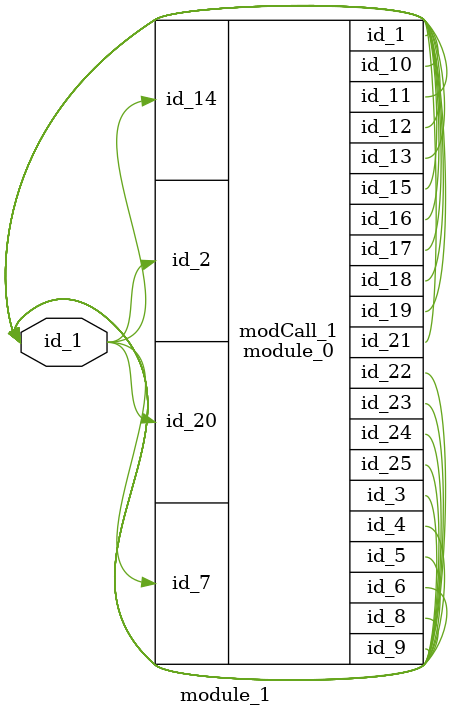
<source format=v>
module module_0 (
    id_1,
    id_2,
    id_3,
    id_4,
    id_5,
    id_6,
    id_7,
    id_8,
    id_9,
    id_10,
    id_11,
    id_12,
    id_13,
    id_14,
    id_15,
    id_16,
    id_17,
    id_18,
    id_19,
    id_20,
    id_21,
    id_22,
    id_23,
    id_24,
    id_25
);
  inout wire id_25;
  output wire id_24;
  inout wire id_23;
  output wire id_22;
  output wire id_21;
  input wire id_20;
  output wire id_19;
  inout wire id_18;
  inout wire id_17;
  inout wire id_16;
  inout wire id_15;
  input wire id_14;
  inout wire id_13;
  output wire id_12;
  output wire id_11;
  output wire id_10;
  output wire id_9;
  output wire id_8;
  input wire id_7;
  output wire id_6;
  inout wire id_5;
  inout wire id_4;
  inout wire id_3;
  input wire id_2;
  inout wire id_1;
  wire id_26;
endmodule
module module_1 (
    id_1
);
  inout wire id_1;
  module_0 modCall_1 (
      id_1,
      id_1,
      id_1,
      id_1,
      id_1,
      id_1,
      id_1,
      id_1,
      id_1,
      id_1,
      id_1,
      id_1,
      id_1,
      id_1,
      id_1,
      id_1,
      id_1,
      id_1,
      id_1,
      id_1,
      id_1,
      id_1,
      id_1,
      id_1,
      id_1
  );
  wire id_2, id_3;
endmodule

</source>
